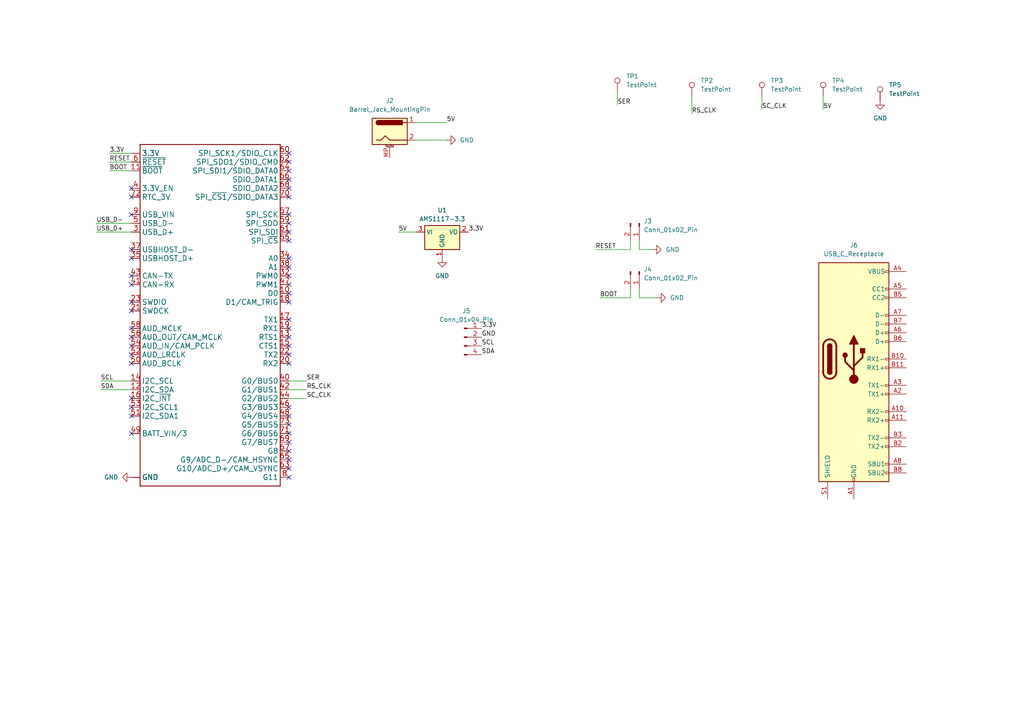
<source format=kicad_sch>
(kicad_sch (version 20250114) (generator "eeschema") (generator_version "9.0")
  (paper "A4")
  (lib_symbols
    (symbol "Connector:Barrel_Jack_MountingPin" (pin_names (hide yes))
      (property "Reference" "J" (at 0 5.334 0))
      (property "Value" "Barrel_Jack_MountingPin" (at 1.27 -6.35 0))
      (symbol "Barrel_Jack_MountingPin_0_1"
        (rectangle (start -5.08 3.81) (end 5.08 -3.81) (stroke (width 0.254)) (fill (type background)))
        (polyline (pts (xy -3.81 -2.54) (xy -2.54 -2.54) (xy -1.27 -1.27) (xy 0 -2.54) (xy 2.54 -2.54) (xy 5.08 -2.54)) (stroke (width 0.254)))
        (arc (start -3.302 1.905) (mid -3.9343 2.54) (end -3.302 3.175) (stroke (width 0.254)))
        (arc (start -3.302 1.905) (mid -3.9343 2.54) (end -3.302 3.175) (stroke (width 0.254)) (fill (type outline)))
        (rectangle (start 3.683 3.175) (end -3.302 1.905) (stroke (width 0.254)) (fill (type outline)))
        (polyline (pts (xy 5.08 2.54) (xy 3.81 2.54)) (stroke (width 0.254)))
      )
      (symbol "Barrel_Jack_MountingPin_1_1"
        (polyline (pts (xy -1.016 -4.572) (xy 1.016 -4.572)) (stroke (width 0.1524)))
        (text "Mounting" (at 0 -4.191 0) (effects (font (size 0.381 0.381))))
        (pin passive line (at 0 -7.62 90) (length 3.048) (name "MountPin") (number "MP"))
        (pin passive line (at 7.62 2.54 180) (length 2.54) (name "~") (number "1"))
        (pin passive line (at 7.62 -2.54 180) (length 2.54) (name "~") (number "2"))
      )
    )
    (symbol "Connector:Conn_01x02_Pin" (pin_names (offset 1.016) (hide yes))
      (property "Reference" "J" (at 0 2.54 0))
      (property "Value" "Conn_01x02_Pin" (at 0 -5.08 0))
      (symbol "Conn_01x02_Pin_1_1"
        (rectangle (start 0.8636 0.127) (end 0 -0.127) (stroke (width 0.1524)) (fill (type outline)))
        (rectangle (start 0.8636 -2.413) (end 0 -2.667) (stroke (width 0.1524)) (fill (type outline)))
        (polyline (pts (xy 1.27 0) (xy 0.8636 0)) (stroke (width 0.1524)))
        (polyline (pts (xy 1.27 -2.54) (xy 0.8636 -2.54)) (stroke (width 0.1524)))
        (pin passive line (at 5.08 0 180) (length 3.81) (name "Pin_1") (number "1"))
        (pin passive line (at 5.08 -2.54 180) (length 3.81) (name "Pin_2") (number "2"))
      )
    )
    (symbol "Connector:Conn_01x04_Pin" (pin_names (offset 1.016) (hide yes))
      (property "Reference" "J" (at 0 5.08 0))
      (property "Value" "Conn_01x04_Pin" (at 0 -7.62 0))
      (symbol "Conn_01x04_Pin_1_1"
        (rectangle (start 0.8636 2.667) (end 0 2.413) (stroke (width 0.1524)) (fill (type outline)))
        (rectangle (start 0.8636 0.127) (end 0 -0.127) (stroke (width 0.1524)) (fill (type outline)))
        (rectangle (start 0.8636 -2.413) (end 0 -2.667) (stroke (width 0.1524)) (fill (type outline)))
        (rectangle (start 0.8636 -4.953) (end 0 -5.207) (stroke (width 0.1524)) (fill (type outline)))
        (polyline (pts (xy 1.27 2.54) (xy 0.8636 2.54)) (stroke (width 0.1524)))
        (polyline (pts (xy 1.27 0) (xy 0.8636 0)) (stroke (width 0.1524)))
        (polyline (pts (xy 1.27 -2.54) (xy 0.8636 -2.54)) (stroke (width 0.1524)))
        (polyline (pts (xy 1.27 -5.08) (xy 0.8636 -5.08)) (stroke (width 0.1524)))
        (pin passive line (at 5.08 2.54 180) (length 3.81) (name "Pin_1") (number "1"))
        (pin passive line (at 5.08 0 180) (length 3.81) (name "Pin_2") (number "2"))
        (pin passive line (at 5.08 -2.54 180) (length 3.81) (name "Pin_3") (number "3"))
        (pin passive line (at 5.08 -5.08 180) (length 3.81) (name "Pin_4") (number "4"))
      )
    )
    (symbol "Connector:TestPoint" (pin_numbers (hide yes)) (pin_names (offset 0.762) (hide yes))
      (property "Reference" "TP" (at 0 6.858 0))
      (property "Value" "TestPoint" (at 0 5.08 0))
      (symbol "TestPoint_0_1"
        (circle (center 0 3.302) (radius 0.762))
      )
      (symbol "TestPoint_1_1"
        (pin passive line (at 0 0 90) (length 2.54) (name "1") (number "1"))
      )
    )
    (symbol "Connector:USB_C_Receptacle" (pin_names (offset 1.016))
      (property "Reference" "J" (at -10.16 29.21 0))
      (property "Value" "USB_C_Receptacle" (at 10.16 29.21 0))
      (symbol "USB_C_Receptacle_0_0"
        (rectangle (start -0.254 -35.56) (end 0.254 -34.544))
        (rectangle (start 10.16 25.654) (end 9.144 25.146))
        (rectangle (start 10.16 20.574) (end 9.144 20.066))
        (rectangle (start 10.16 18.034) (end 9.144 17.526))
        (rectangle (start 10.16 12.954) (end 9.144 12.446))
        (rectangle (start 10.16 10.414) (end 9.144 9.906))
        (rectangle (start 10.16 7.874) (end 9.144 7.366))
        (rectangle (start 10.16 5.334) (end 9.144 4.826))
        (rectangle (start 10.16 0.254) (end 9.144 -0.254))
        (rectangle (start 10.16 -2.286) (end 9.144 -2.794))
        (rectangle (start 10.16 -7.366) (end 9.144 -7.874))
        (rectangle (start 10.16 -9.906) (end 9.144 -10.414))
        (rectangle (start 10.16 -14.986) (end 9.144 -15.494))
        (rectangle (start 10.16 -17.526) (end 9.144 -18.034))
        (rectangle (start 10.16 -22.606) (end 9.144 -23.114))
        (rectangle (start 10.16 -25.146) (end 9.144 -25.654))
        (rectangle (start 10.16 -30.226) (end 9.144 -30.734))
        (rectangle (start 10.16 -32.766) (end 9.144 -33.274))
      )
      (symbol "USB_C_Receptacle_0_1"
        (rectangle (start -10.16 27.94) (end 10.16 -35.56) (stroke (width 0.254)) (fill (type background)))
        (polyline (pts (xy -8.89 -3.81) (xy -8.89 3.81)) (stroke (width 0.508)))
        (rectangle (start -7.62 -3.81) (end -6.35 3.81) (stroke (width 0.254)) (fill (type outline)))
        (arc (start -7.62 3.81) (mid -6.985 4.4423) (end -6.35 3.81) (stroke (width 0.254)))
        (arc (start -7.62 3.81) (mid -6.985 4.4423) (end -6.35 3.81) (stroke (width 0.254)) (fill (type outline)))
        (arc (start -8.89 3.81) (mid -6.985 5.7067) (end -5.08 3.81) (stroke (width 0.508)))
        (arc (start -5.08 -3.81) (mid -6.985 -5.7067) (end -8.89 -3.81) (stroke (width 0.508)))
        (arc (start -6.35 -3.81) (mid -6.985 -4.4423) (end -7.62 -3.81) (stroke (width 0.254)))
        (arc (start -6.35 -3.81) (mid -6.985 -4.4423) (end -7.62 -3.81) (stroke (width 0.254)) (fill (type outline)))
        (polyline (pts (xy -5.08 3.81) (xy -5.08 -3.81)) (stroke (width 0.508)))
      )
      (symbol "USB_C_Receptacle_1_1"
        (circle (center -2.54 1.143) (radius 0.635) (stroke (width 0.254)) (fill (type outline)))
        (polyline (pts (xy -1.27 4.318) (xy 0 6.858) (xy 1.27 4.318) (xy -1.27 4.318)) (stroke (width 0.254)) (fill (type outline)))
        (polyline (pts (xy 0 -2.032) (xy 2.54 0.508) (xy 2.54 1.778)) (stroke (width 0.508)))
        (polyline (pts (xy 0 -3.302) (xy -2.54 -0.762) (xy -2.54 0.508)) (stroke (width 0.508)))
        (polyline (pts (xy 0 -5.842) (xy 0 4.318)) (stroke (width 0.508)))
        (circle (center 0 -5.842) (radius 1.27) (fill (type outline)))
        (rectangle (start 1.905 1.778) (end 3.175 3.048) (stroke (width 0.254)) (fill (type outline)))
        (pin passive line (at -7.62 -40.64 90) (length 5.08) (name "SHIELD") (number "S1"))
        (pin passive line (at 0 -40.64 90) (length 5.08) (name "GND") (number "A1"))
        (pin passive line (at 0 -40.64 90) (length 5.08) (hide yes) (name "GND") (number "A12"))
        (pin passive line (at 0 -40.64 90) (length 5.08) (hide yes) (name "GND") (number "B1"))
        (pin passive line (at 0 -40.64 90) (length 5.08) (hide yes) (name "GND") (number "B12"))
        (pin passive line (at 15.24 25.4 180) (length 5.08) (name "VBUS") (number "A4"))
        (pin passive line (at 15.24 25.4 180) (length 5.08) (hide yes) (name "VBUS") (number "A9"))
        (pin passive line (at 15.24 25.4 180) (length 5.08) (hide yes) (name "VBUS") (number "B4"))
        (pin passive line (at 15.24 25.4 180) (length 5.08) (hide yes) (name "VBUS") (number "B9"))
        (pin bidirectional line (at 15.24 20.32 180) (length 5.08) (name "CC1") (number "A5"))
        (pin bidirectional line (at 15.24 17.78 180) (length 5.08) (name "CC2") (number "B5"))
        (pin bidirectional line (at 15.24 12.7 180) (length 5.08) (name "D-") (number "A7"))
        (pin bidirectional line (at 15.24 10.16 180) (length 5.08) (name "D-") (number "B7"))
        (pin bidirectional line (at 15.24 7.62 180) (length 5.08) (name "D+") (number "A6"))
        (pin bidirectional line (at 15.24 5.08 180) (length 5.08) (name "D+") (number "B6"))
        (pin bidirectional line (at 15.24 0 180) (length 5.08) (name "RX1-") (number "B10"))
        (pin bidirectional line (at 15.24 -2.54 180) (length 5.08) (name "RX1+") (number "B11"))
        (pin bidirectional line (at 15.24 -7.62 180) (length 5.08) (name "TX1-") (number "A3"))
        (pin bidirectional line (at 15.24 -10.16 180) (length 5.08) (name "TX1+") (number "A2"))
        (pin bidirectional line (at 15.24 -15.24 180) (length 5.08) (name "RX2-") (number "A10"))
        (pin bidirectional line (at 15.24 -17.78 180) (length 5.08) (name "RX2+") (number "A11"))
        (pin bidirectional line (at 15.24 -22.86 180) (length 5.08) (name "TX2-") (number "B3"))
        (pin bidirectional line (at 15.24 -25.4 180) (length 5.08) (name "TX2+") (number "B2"))
        (pin bidirectional line (at 15.24 -30.48 180) (length 5.08) (name "SBU1") (number "A8"))
        (pin bidirectional line (at 15.24 -33.02 180) (length 5.08) (name "SBU2") (number "B8"))
      )
    )
    (symbol "MicroMod:MICROMOD-2222-C"
      (symbol "MICROMOD-2222-C_1_0"
        (polyline (pts (xy -20.32 53.34) (xy 20.32 53.34)) (stroke (width 0.254)))
        (polyline (pts (xy -20.32 -45.72) (xy -20.32 53.34)) (stroke (width 0.254)))
        (polyline (pts (xy 20.32 53.34) (xy 20.32 -45.72)) (stroke (width 0.254)))
        (polyline (pts (xy 20.32 -45.72) (xy -20.32 -45.72)) (stroke (width 0.254)))
        (pin bidirectional line (at -22.86 50.8 0) (length 2.54) (name "3.3V") (number "2"))
        (pin bidirectional line (at -22.86 50.8 0) (length 2.54) (name "3.3V") (number "74"))
        (pin bidirectional line (at -22.86 48.26 0) (length 2.54) (name "~{RESET}") (number "6"))
        (pin bidirectional line (at -22.86 45.72 0) (length 2.54) (name "~{BOOT}") (number "11"))
        (pin bidirectional line (at -22.86 40.64 0) (length 2.54) (name "3.3V_EN") (number "4"))
        (pin bidirectional line (at -22.86 38.1 0) (length 2.54) (name "RTC_3V") (number "72"))
        (pin bidirectional line (at -22.86 33.02 0) (length 2.54) (name "USB_VIN") (number "9"))
        (pin bidirectional line (at -22.86 30.48 0) (length 2.54) (name "USB_D-") (number "5"))
        (pin bidirectional line (at -22.86 27.94 0) (length 2.54) (name "USB_D+") (number "3"))
        (pin bidirectional line (at -22.86 22.86 0) (length 2.54) (name "USBHOST_D-") (number "37"))
        (pin bidirectional line (at -22.86 20.32 0) (length 2.54) (name "USBHOST_D+") (number "35"))
        (pin bidirectional line (at -22.86 15.24 0) (length 2.54) (name "CAN-TX") (number "43"))
        (pin bidirectional line (at -22.86 12.7 0) (length 2.54) (name "CAN-RX") (number "41"))
        (pin bidirectional line (at -22.86 7.62 0) (length 2.54) (name "SWDIO") (number "23"))
        (pin bidirectional line (at -22.86 5.08 0) (length 2.54) (name "SWDCK") (number "21"))
        (pin bidirectional line (at -22.86 0 0) (length 2.54) (name "AUD_MCLK") (number "58"))
        (pin bidirectional line (at -22.86 -2.54 0) (length 2.54) (name "AUD_OUT/CAM_MCLK") (number "56"))
        (pin bidirectional line (at -22.86 -5.08 0) (length 2.54) (name "AUD_IN/CAM_PCLK") (number "54"))
        (pin bidirectional line (at -22.86 -7.62 0) (length 2.54) (name "AUD_LRCLK") (number "52"))
        (pin bidirectional line (at -22.86 -10.16 0) (length 2.54) (name "AUD_BCLK") (number "50"))
        (pin bidirectional line (at -22.86 -15.24 0) (length 2.54) (name "I2C_SCL") (number "14"))
        (pin bidirectional line (at -22.86 -17.78 0) (length 2.54) (name "I2C_SDA") (number "12"))
        (pin bidirectional line (at -22.86 -20.32 0) (length 2.54) (name "I2C_~{INT}") (number "16"))
        (pin bidirectional line (at -22.86 -22.86 0) (length 2.54) (name "I2C_SCL1") (number "53"))
        (pin bidirectional line (at -22.86 -25.4 0) (length 2.54) (name "I2C_SDA1") (number "51"))
        (pin bidirectional line (at -22.86 -30.48 0) (length 2.54) (name "BATT_VIN/3") (number "49"))
        (pin bidirectional line (at -22.86 -43.18 0) (length 2.54) (name "GND") (number "1"))
        (pin bidirectional line (at -22.86 -43.18 0) (length 2.54) (name "GND") (number "33"))
        (pin bidirectional line (at -22.86 -43.18 0) (length 2.54) (name "GND") (number "36"))
        (pin bidirectional line (at -22.86 -43.18 0) (length 2.54) (name "GND") (number "39"))
        (pin bidirectional line (at -22.86 -43.18 0) (length 2.54) (name "GND") (number "45"))
        (pin bidirectional line (at -22.86 -43.18 0) (length 2.54) (name "GND") (number "7"))
        (pin bidirectional line (at -22.86 -43.18 0) (length 2.54) (name "GND") (number "75"))
        (pin bidirectional line (at 22.86 50.8 180) (length 2.54) (name "SPI_SCK1/SDIO_CLK") (number "60"))
        (pin bidirectional line (at 22.86 48.26 180) (length 2.54) (name "SPI_SDO1/SDIO_CMD") (number "62"))
        (pin bidirectional line (at 22.86 45.72 180) (length 2.54) (name "SPI_SDI1/SDIO_DATA0") (number "64"))
        (pin bidirectional line (at 22.86 43.18 180) (length 2.54) (name "SDIO_DATA1") (number "66"))
        (pin bidirectional line (at 22.86 40.64 180) (length 2.54) (name "SDIO_DATA2") (number "68"))
        (pin bidirectional line (at 22.86 38.1 180) (length 2.54) (name "SPI_~{CS1}/SDIO_DATA3") (number "70"))
        (pin bidirectional line (at 22.86 33.02 180) (length 2.54) (name "SPI_SCK") (number "57"))
        (pin bidirectional line (at 22.86 30.48 180) (length 2.54) (name "SPI_SDO") (number "59"))
        (pin bidirectional line (at 22.86 27.94 180) (length 2.54) (name "SPI_SDI") (number "61"))
        (pin bidirectional line (at 22.86 25.4 180) (length 2.54) (name "SPI_~{CS}") (number "55"))
        (pin bidirectional line (at 22.86 20.32 180) (length 2.54) (name "A0") (number "34"))
        (pin bidirectional line (at 22.86 17.78 180) (length 2.54) (name "A1") (number "38"))
        (pin bidirectional line (at 22.86 15.24 180) (length 2.54) (name "PWM0") (number "32"))
        (pin bidirectional line (at 22.86 12.7 180) (length 2.54) (name "PWM1") (number "47"))
        (pin bidirectional line (at 22.86 10.16 180) (length 2.54) (name "D0") (number "10"))
        (pin bidirectional line (at 22.86 7.62 180) (length 2.54) (name "D1/CAM_TRIG") (number "18"))
        (pin bidirectional line (at 22.86 2.54 180) (length 2.54) (name "TX1") (number "17"))
        (pin bidirectional line (at 22.86 0 180) (length 2.54) (name "RX1") (number "19"))
        (pin bidirectional line (at 22.86 -2.54 180) (length 2.54) (name "RTS1") (number "13"))
        (pin bidirectional line (at 22.86 -5.08 180) (length 2.54) (name "CTS1") (number "15"))
        (pin bidirectional line (at 22.86 -7.62 180) (length 2.54) (name "TX2") (number "22"))
        (pin bidirectional line (at 22.86 -10.16 180) (length 2.54) (name "RX2") (number "20"))
        (pin bidirectional line (at 22.86 -15.24 180) (length 2.54) (name "G0/BUS0") (number "40"))
        (pin bidirectional line (at 22.86 -17.78 180) (length 2.54) (name "G1/BUS1") (number "42"))
        (pin bidirectional line (at 22.86 -20.32 180) (length 2.54) (name "G2/BUS2") (number "44"))
        (pin bidirectional line (at 22.86 -22.86 180) (length 2.54) (name "G3/BUS3") (number "46"))
        (pin bidirectional line (at 22.86 -25.4 180) (length 2.54) (name "G4/BUS4") (number "48"))
        (pin bidirectional line (at 22.86 -27.94 180) (length 2.54) (name "G5/BUS5") (number "73"))
        (pin bidirectional line (at 22.86 -30.48 180) (length 2.54) (name "G6/BUS6") (number "71"))
        (pin bidirectional line (at 22.86 -33.02 180) (length 2.54) (name "G7/BUS7") (number "69"))
        (pin bidirectional line (at 22.86 -35.56 180) (length 2.54) (name "G8") (number "67"))
        (pin bidirectional line (at 22.86 -38.1 180) (length 2.54) (name "G9/ADC_D-/CAM_HSYNC") (number "65"))
        (pin bidirectional line (at 22.86 -40.64 180) (length 2.54) (name "G10/ADC_D+/CAM_VSYNC") (number "63"))
        (pin bidirectional line (at 22.86 -43.18 180) (length 2.54) (name "G11") (number "8"))
      )
    )
    (symbol "Regulator_Linear:AMS1117-3.3"
      (property "Reference" "U" (at -3.81 3.175 0))
      (property "Value" "AMS1117-3.3" (at 0 3.175 0))
      (symbol "AMS1117-3.3_0_1"
        (rectangle (start -5.08 -5.08) (end 5.08 1.905) (stroke (width 0.254)) (fill (type background)))
      )
      (symbol "AMS1117-3.3_1_1"
        (pin power_in line (at -7.62 0 0) (length 2.54) (name "VI") (number "3"))
        (pin power_in line (at 0 -7.62 90) (length 2.54) (name "GND") (number "1"))
        (pin power_out line (at 7.62 0 180) (length 2.54) (name "VO") (number "2"))
      )
    )
    (symbol "power:GND" (power) (pin_numbers (hide yes)) (pin_names (offset 0) (hide yes))
      (property "Value" "GND" (at 0 -3.81 0))
      (symbol "GND_0_1"
        (polyline (pts (xy 0 0) (xy 0 -1.27) (xy 1.27 -1.27) (xy 0 -2.54) (xy -1.27 -1.27) (xy 0 -1.27)))
      )
      (symbol "GND_1_1"
        (pin power_in line (at 0 0 270) (length 0) (name "~") (number "1"))
      )
    )
  )
  (no_connect (at 38.1 62.23))
  (no_connect (at 38.1 125.73))
  (no_connect (at 83.82 87.63))
  (no_connect (at 83.82 52.07))
  (no_connect (at 83.82 125.73))
  (no_connect (at 83.82 54.61))
  (no_connect (at 83.82 80.01))
  (no_connect (at 83.82 67.31))
  (no_connect (at 83.82 120.65))
  (no_connect (at 83.82 133.35))
  (no_connect (at 83.82 69.85))
  (no_connect (at 38.1 72.39))
  (no_connect (at 38.1 115.57))
  (no_connect (at 38.1 57.15))
  (no_connect (at 38.1 102.87))
  (no_connect (at 83.82 92.71))
  (no_connect (at 83.82 135.89))
  (no_connect (at 83.82 44.45))
  (no_connect (at 83.82 85.09))
  (no_connect (at 83.82 97.79))
  (no_connect (at 83.82 49.53))
  (no_connect (at 83.82 46.99))
  (no_connect (at 83.82 64.77))
  (no_connect (at 38.1 95.25))
  (no_connect (at 83.82 100.33))
  (no_connect (at 38.1 97.79))
  (no_connect (at 83.82 128.27))
  (no_connect (at 83.82 123.19))
  (no_connect (at 38.1 74.93))
  (no_connect (at 83.82 82.55))
  (no_connect (at 83.82 105.41))
  (no_connect (at 38.1 87.63))
  (no_connect (at 38.1 118.11))
  (no_connect (at 83.82 62.23))
  (no_connect (at 83.82 74.93))
  (no_connect (at 38.1 80.01))
  (no_connect (at 38.1 120.65))
  (no_connect (at 83.82 118.11))
  (no_connect (at 38.1 105.41))
  (no_connect (at 38.1 90.17))
  (no_connect (at 83.82 95.25))
  (no_connect (at 83.82 102.87))
  (no_connect (at 83.82 57.15))
  (no_connect (at 38.1 54.61))
  (no_connect (at 83.82 138.43))
  (no_connect (at 38.1 100.33))
  (no_connect (at 83.82 77.47))
  (no_connect (at 38.1 82.55))
  (no_connect (at 83.82 130.81))
  (wire (pts (xy 83.82 115.57) (xy 88.9 115.57)))
  (wire (pts (xy 29.21 113.03) (xy 38.1 113.03)))
  (wire (pts (xy 238.76 27.94) (xy 238.76 31.75)))
  (wire (pts (xy 83.82 113.03) (xy 88.9 113.03)))
  (wire (pts (xy 29.21 110.49) (xy 38.1 110.49)))
  (wire (pts (xy 129.54 35.56) (xy 120.65 35.56)))
  (wire (pts (xy 185.42 69.85) (xy 185.42 72.39)))
  (wire (pts (xy 115.57 67.31) (xy 120.65 67.31)))
  (wire (pts (xy 31.75 46.99) (xy 38.1 46.99)))
  (wire (pts (xy 182.88 83.82) (xy 182.88 86.36)))
  (wire (pts (xy 31.75 44.45) (xy 38.1 44.45)))
  (wire (pts (xy 182.88 69.85) (xy 182.88 72.39)))
  (wire (pts (xy 185.42 86.36) (xy 190.5 86.36)))
  (wire (pts (xy 185.42 83.82) (xy 185.42 86.36)))
  (wire (pts (xy 31.75 49.53) (xy 38.1 49.53)))
  (wire (pts (xy 200.66 27.94) (xy 200.66 33.02)))
  (wire (pts (xy 172.72 72.39) (xy 182.88 72.39)))
  (wire (pts (xy 179.07 30.48) (xy 179.07 26.67)))
  (wire (pts (xy 220.98 27.94) (xy 220.98 31.75)))
  (wire (pts (xy 27.94 67.31) (xy 38.1 67.31)))
  (wire (pts (xy 129.54 40.64) (xy 120.65 40.64)))
  (wire (pts (xy 27.94 64.77) (xy 38.1 64.77)))
  (wire (pts (xy 173.99 86.36) (xy 182.88 86.36)))
  (wire (pts (xy 185.42 72.39) (xy 189.23 72.39)))
  (wire (pts (xy 83.82 110.49) (xy 88.9 110.49)))
  (label "3.3V" (at 135.89 67.31 0))
  (label "5V" (at 115.57 67.31 0))
  (label "GND" (at 139.7 97.79 0))
  (label "USB_D+" (at 27.94 67.31 0))
  (label "BOOT" (at 173.99 86.36 0))
  (label "3.3V" (at 31.75 44.45 0))
  (label "SDA" (at 29.21 113.03 0))
  (label "RESET" (at 172.72 72.39 0))
  (label "3.3V" (at 139.7 95.25 0))
  (label "5V" (at 238.76 31.75 0))
  (label "BOOT" (at 31.75 49.53 0))
  (label "SCL" (at 29.21 110.49 0))
  (label "USB_D-" (at 27.94 64.77 0))
  (label "SDA" (at 139.7 102.87 0))
  (label "SC_CLK" (at 88.9 115.57 0))
  (label "RS_CLK" (at 88.9 113.03 0))
  (label "SER" (at 88.9 110.49 0))
  (label "RS_CLK" (at 200.66 33.02 0))
  (label "SC_CLK" (at 220.98 31.75 0))
  (label "SER" (at 179.07 30.48 0))
  (label "5V" (at 129.54 35.56 0))
  (label "SCL" (at 139.7 100.33 0))
  (label "RESET" (at 31.75 46.99 0))
  (symbol (lib_id "Connector:Conn_01x02_Pin") (at 185.42 64.77 270) (unit 1)
    (property "Reference" "J3" (at 186.69 64.1349 90) (effects (justify left)))
    (property "Value" "Conn_01x02_Pin" (at 186.69 66.6749 90) (effects (justify left)))
    (property "Footprint" "Connector_PinSocket_2.54mm:PinSocket_1x02_P2.54mm_Vertical" (effects (hide yes)))
    (property "Description" "Generic connector, single row, 01x02, script generated" (effects (hide yes)))
  )
  (symbol (lib_id "Connector:Conn_01x04_Pin") (at 134.62 97.79 0) (unit 1)
    (property "Reference" "J5" (at 135.255 90.17 0))
    (property "Value" "Conn_01x04_Pin" (at 135.255 92.71 0))
    (property "Footprint" "Connector_JST:JST_PH_B4B-PH-K_1x04_P2.00mm_Vertical" (effects (hide yes)))
    (property "Description" "Generic connector, single row, 01x04, script generated" (effects (hide yes)))
  )
  (symbol (lib_id "Connector:TestPoint") (at 179.07 26.67 0) (unit 1)
    (property "Reference" "TP1" (at 181.61 22.0979 0) (effects (justify left)))
    (property "Value" "TestPoint" (at 181.61 24.6379 0) (effects (justify left)))
    (property "Footprint" "TestPoint:TestPoint_THTPad_1.5x1.5mm_Drill0.7mm" (effects (hide yes)))
    (property "Description" "test point" (effects (hide yes)))
  )
  (symbol (lib_id "power:GND") (at 190.5 86.36 90) (unit 1)
    (property "Reference" "#PWR06" (effects (hide yes)))
    (property "Value" "GND" (at 194.31 86.3599 90) (effects (justify right)))
    (property "Description" "Power symbol creates a global label with name \"GND\" , ground" (effects (hide yes)))
  )
  (symbol (lib_id "Connector:TestPoint") (at 238.76 27.94 0) (unit 1)
    (property "Reference" "TP4" (at 241.3 23.3679 0) (effects (justify left)))
    (property "Value" "TestPoint" (at 241.3 25.9079 0) (effects (justify left)))
    (property "Footprint" "TestPoint:TestPoint_THTPad_1.5x1.5mm_Drill0.7mm" (effects (hide yes)))
    (property "Description" "test point" (effects (hide yes)))
  )
  (symbol (lib_id "Regulator_Linear:AMS1117-3.3") (at 128.27 67.31 0) (unit 1)
    (property "Reference" "U1" (at 128.27 60.96 0))
    (property "Value" "AMS1117-3.3" (at 128.27 63.5 0))
    (property "Footprint" "Package_TO_SOT_SMD:SOT-223-3_TabPin2" (effects (hide yes)))
    (property "Datasheet" "http://www.advanced-monolithic.com/pdf/ds1117.pdf" (effects (hide yes)))
    (property "Description" "1A Low Dropout regulator, positive, 3.3V fixed output, SOT-223" (effects (hide yes)))
  )
  (symbol (lib_id "power:GND") (at 128.27 74.93 0) (unit 1)
    (property "Reference" "#PWR02" (effects (hide yes)))
    (property "Value" "GND" (at 128.27 80.01 0))
    (property "Description" "Power symbol creates a global label with name \"GND\" , ground" (effects (hide yes)))
  )
  (symbol (lib_id "Connector:Conn_01x02_Pin") (at 185.42 78.74 270) (unit 1)
    (property "Reference" "J4" (at 186.69 78.1049 90) (effects (justify left)))
    (property "Value" "Conn_01x02_Pin" (at 186.69 80.6449 90) (effects (justify left)))
    (property "Description" "Generic connector, single row, 01x02, script generated" (effects (hide yes)))
  )
  (symbol (lib_id "Connector:TestPoint") (at 200.66 27.94 0) (unit 1)
    (property "Reference" "TP2" (at 203.2 23.3679 0) (effects (justify left)))
    (property "Value" "TestPoint" (at 203.2 25.9079 0) (effects (justify left)))
    (property "Footprint" "TestPoint:TestPoint_THTPad_1.5x1.5mm_Drill0.7mm" (effects (hide yes)))
    (property "Description" "test point" (effects (hide yes)))
  )
  (symbol (lib_id "power:GND") (at 129.54 40.64 90) (unit 1)
    (property "Reference" "#PWR01" (effects (hide yes)))
    (property "Value" "GND" (at 133.35 40.6399 90) (effects (justify right)))
    (property "Description" "Power symbol creates a global label with name \"GND\" , ground" (effects (hide yes)))
  )
  (symbol (lib_id "power:GND") (at 255.27 29.21 0) (unit 1)
    (property "Reference" "#PWR03" (effects (hide yes)))
    (property "Value" "GND" (at 255.27 34.29 0))
    (property "Description" "Power symbol creates a global label with name \"GND\" , ground" (effects (hide yes)))
  )
  (symbol (lib_id "Connector:TestPoint") (at 220.98 27.94 0) (unit 1)
    (property "Reference" "TP3" (at 223.52 23.3679 0) (effects (justify left)))
    (property "Value" "TestPoint" (at 223.52 25.9079 0) (effects (justify left)))
    (property "Footprint" "TestPoint:TestPoint_THTPad_1.5x1.5mm_Drill0.7mm" (effects (hide yes)))
    (property "Description" "test point" (effects (hide yes)))
  )
  (symbol (lib_id "power:GND") (at 189.23 72.39 90) (unit 1)
    (property "Reference" "#PWR05" (effects (hide yes)))
    (property "Value" "GND" (at 193.04 72.3899 90) (effects (justify right)))
    (property "Description" "Power symbol creates a global label with name \"GND\" , ground" (effects (hide yes)))
  )
  (symbol (lib_id "Connector:TestPoint") (at 255.27 29.21 0) (unit 1)
    (property "Reference" "TP5" (at 257.81 24.6379 0) (effects (justify left)))
    (property "Value" "TestPoint" (at 257.81 27.1779 0) (effects (justify left)))
    (property "Footprint" "TestPoint:TestPoint_THTPad_1.5x1.5mm_Drill0.7mm" (effects (hide yes)))
    (property "Description" "test point" (effects (hide yes)))
  )
  (symbol (lib_id "Connector:USB_C_Receptacle") (at 247.65 104.14 0) (unit 1)
    (property "Reference" "J6" (at 247.65 71.12 0))
    (property "Value" "USB_C_Receptacle" (at 247.65 73.66 0))
    (property "Footprint" "Connector_USB:USB_C_Receptacle_Amphenol_12401548E4-2A" (effects (hide yes)))
    (property "Datasheet" "https://www.usb.org/sites/default/files/documents/usb_type-c.zip" (effects (hide yes)))
    (property "Description" "USB Full-Featured Type-C Receptacle connector" (effects (hide yes)))
  )
  (symbol (lib_id "MicroMod:MICROMOD-2222-C") (at 60.96 95.25 0) (unit 1)
    (property "Reference" "J1" (effects (hide yes)))
    (property "Footprint" "MicroMod:M.2-CONNECTOR-E" (effects (hide yes)))
    (property "Description" "MicroMod Connector\n\nDescription: A card edge connector and mating PCB connector to allow various MicroMod Processor Boards to be coupled with various carrier boards of different capabilities. Based on the M.2 standard." (effects (hide yes)))
  )
  (symbol (lib_id "Connector:Barrel_Jack_MountingPin") (at 113.03 38.1 0) (unit 1)
    (property "Reference" "J2" (at 113.03 29.21 0))
    (property "Value" "Barrel_Jack_MountingPin" (at 113.03 31.75 0))
    (property "Footprint" "Connector_BarrelJack:BarrelJack_Horizontal" (effects (hide yes)))
    (property "Description" "DC Barrel Jack with a mounting pin" (effects (hide yes)))
  )
  (symbol (lib_id "power:GND") (at 38.1 138.43 270) (unit 1)
    (property "Reference" "#PWR04" (effects (hide yes)))
    (property "Value" "GND" (at 34.29 138.4299 90) (effects (justify right)))
    (property "Description" "Power symbol creates a global label with name \"GND\" , ground" (effects (hide yes)))
  )
)
</source>
